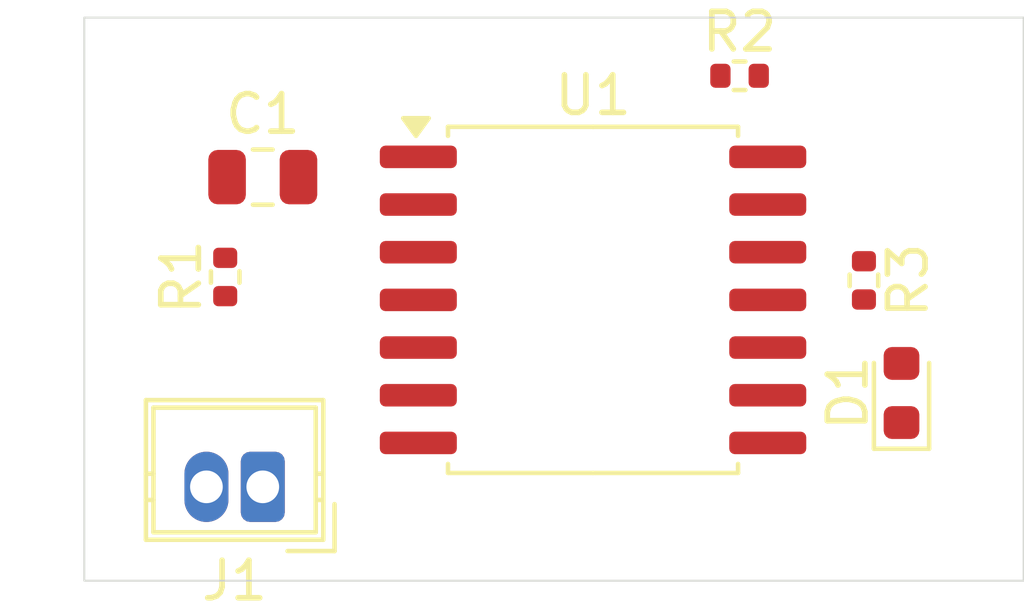
<source format=kicad_pcb>
(kicad_pcb (version 20241229) (generator "pcbnew") (generator_version "9.0")
  (layers (0 "F.Cu" signal) (4 "In1.Cu" signal) (6 "In2.Cu" signal) (2 "B.Cu" signal) (13 "F.Paste" user) (15 "B.Paste" user) (5 "F.SilkS" user "F.Silkscreen") (7 "B.SilkS" user "B.Silkscreen") (1 "F.Mask" user) (3 "B.Mask" user) (25 "Edge.Cuts" user))
  (net 0 "")
  (net 1 "GND")
  (net 2 "Net-(C1-Pad1)")
  (net 3 "VCC")
  (net 4 "Net-(U1-OUT)")
  (net 5 "Net-(U1-FB)")
  (net 6 "Net-(D1-A)")
  (footprint "Resistor_SMD:R_0402_1005Metric" (layer "F.Cu") (at 125.75 77 -90)
    (property "Reference" "R3" (at 0 -1.17 90) (layer "F.SilkS"))
    (property "Value" "R")
    (fp_line (start -0.153641 0.38) (end 0.153641 0.38) (stroke (width 0.12)) (layer "F.SilkS"))
    (fp_line (start -0.153641 -0.38) (end 0.153641 -0.38) (stroke (width 0.12)) (layer "F.SilkS"))
    (pad "1" smd roundrect (at -0.51 0 270) (size 0.54 0.64) (layers "F.Cu" "F.Mask" "F.Paste") (net 4 "Net-(U1-OUT)"))
    (pad "2" smd roundrect (at 0.51 0 270) (size 0.54 0.64) (layers "F.Cu" "F.Mask" "F.Paste") (net 6 "Net-(D1-A)"))
  )
  (footprint "LED_SMD:LED_0603_1608Metric" (layer "F.Cu") (at 126.75 80 90)
    (property "Reference" "D1" (at 0 -1.43 90) (layer "F.SilkS"))
    (property "Value" "LED")
    (fp_line (start 0.8 -0.735) (end -1.485 -0.735) (stroke (width 0.12)) (layer "F.SilkS"))
    (fp_line (start -1.485 -0.735) (end -1.485 0.735) (stroke (width 0.12)) (layer "F.SilkS"))
    (fp_line (start -1.485 0.735) (end 0.8 0.735) (stroke (width 0.12)) (layer "F.SilkS"))
    (pad "1" smd roundrect (at -0.7875 0 90) (size 0.875 0.95) (layers "F.Cu" "F.Mask" "F.Paste") (net 1 "GND"))
    (pad "2" smd roundrect (at 0.7875 0 90) (size 0.875 0.95) (layers "F.Cu" "F.Mask" "F.Paste") (net 6 "Net-(D1-A)"))
  )
  (footprint "Connector_Wuerth:Wuerth_WR-WTB_64800211622_1x02_P1.50mm_Vertical" (layer "F.Cu") (at 109.75 82.5 180)
    (property "Reference" "J1" (at 0.75 -2.5 0) (layer "F.SilkS"))
    (property "Value" "Conn_01x02_Pin")
    (fp_line (start 3.11 2.31) (end 3.11 -1.41) (stroke (width 0.12)) (layer "F.SilkS"))
    (fp_line (start 3.11 -1.41) (end -1.61 -1.41) (stroke (width 0.12)) (layer "F.SilkS"))
    (fp_line (start 2.91 2.11) (end 2.91 0.35) (stroke (width 0.12)) (layer "F.SilkS"))
    (fp_line (start 2.91 0.35) (end 3.11 0.35) (stroke (width 0.12)) (layer "F.SilkS"))
    (fp_line (start 2.91 -0.35) (end 3.11 -0.35) (stroke (width 0.12)) (layer "F.SilkS"))
    (fp_line (start 2.91 -0.35) (end 2.91 0.35) (stroke (width 0.12)) (layer "F.SilkS"))
    (fp_line (start 2.91 -1.21) (end 2.91 -0.35) (stroke (width 0.12)) (layer "F.SilkS"))
    (fp_line (start -0.66 -1.71) (end -1.91 -1.71) (stroke (width 0.12)) (layer "F.SilkS"))
    (fp_line (start -1.41 2.11) (end 2.91 2.11) (stroke (width 0.12)) (layer "F.SilkS"))
    (fp_line (start -1.41 0.35) (end -1.41 2.11) (stroke (width 0.12)) (layer "F.SilkS"))
    (fp_line (start -1.41 0.35) (end -1.61 0.35) (stroke (width 0.12)) (layer "F.SilkS"))
    (fp_line (start -1.41 -0.35) (end -1.41 0.35) (stroke (width 0.12)) (layer "F.SilkS"))
    (fp_line (start -1.41 -0.35) (end -1.41 -1.21) (stroke (width 0.12)) (layer "F.SilkS"))
    (fp_line (start -1.41 -1.21) (end 2.91 -1.21) (stroke (width 0.12)) (layer "F.SilkS"))
    (fp_line (start -1.61 2.31) (end 3.11 2.31) (stroke (width 0.12)) (layer "F.SilkS"))
    (fp_line (start -1.61 -0.35) (end -1.41 -0.35) (stroke (width 0.12)) (layer "F.SilkS"))
    (fp_line (start -1.61 -1.41) (end -1.61 2.31) (stroke (width 0.12)) (layer "F.SilkS"))
    (fp_line (start -1.91 -1.71) (end -1.91 -0.46) (stroke (width 0.12)) (layer "F.SilkS"))
    (pad "1" thru_hole roundrect (at 0 0 180) (size 1.17 1.87) (drill 0.87) (layers "*.Cu" "*.Mask") (roundrect_rratio 0.213675) (net 1 "GND"))
    (pad "2" thru_hole oval (at 1.5 0 180) (size 1.17 1.87) (drill 0.87) (layers "*.Cu" "*.Mask") (net 3 "VCC"))
  )
  (footprint "Capacitor_SMD:C_0805_2012Metric" (layer "F.Cu") (at 109.75 74.25)
    (property "Reference" "C1" (at 0 -1.68 0) (layer "F.SilkS"))
    (property "Value" "C")
    (fp_line (start -0.261252 -0.735) (end 0.261252 -0.735) (stroke (width 0.12)) (layer "F.SilkS"))
    (fp_line (start -0.261252 0.735) (end 0.261252 0.735) (stroke (width 0.12)) (layer "F.SilkS"))
    (pad "1" smd roundrect (at -0.95 0) (size 1 1.45) (layers "F.Cu" "F.Mask" "F.Paste") (net 2 "Net-(C1-Pad1)"))
    (pad "2" smd roundrect (at 0.95 0) (size 1 1.45) (layers "F.Cu" "F.Mask" "F.Paste") (net 1 "GND"))
  )
  (footprint "Resistor_SMD:R_0402_1005Metric" (layer "F.Cu") (at 108.75 76.91 90)
    (property "Reference" "R1" (at 0 -1.17 90) (layer "F.SilkS"))
    (property "Value" "R")
    (fp_line (start -0.153641 -0.38) (end 0.153641 -0.38) (stroke (width 0.12)) (layer "F.SilkS"))
    (fp_line (start -0.153641 0.38) (end 0.153641 0.38) (stroke (width 0.12)) (layer "F.SilkS"))
    (pad "1" smd roundrect (at -0.51 0 90) (size 0.54 0.64) (layers "F.Cu" "F.Mask" "F.Paste") (net 3 "VCC"))
    (pad "2" smd roundrect (at 0.51 0 90) (size 0.54 0.64) (layers "F.Cu" "F.Mask" "F.Paste") (net 2 "Net-(C1-Pad1)"))
  )
  (footprint "Resistor_SMD:R_0402_1005Metric" (layer "F.Cu") (at 122.44 71.55)
    (property "Reference" "R2" (at 0 -1.17 0) (layer "F.SilkS"))
    (property "Value" "R")
    (fp_line (start -0.153641 -0.38) (end 0.153641 -0.38) (stroke (width 0.12)) (layer "F.SilkS"))
    (fp_line (start -0.153641 0.38) (end 0.153641 0.38) (stroke (width 0.12)) (layer "F.SilkS"))
    (pad "1" smd roundrect (at -0.51 0) (size 0.54 0.64) (layers "F.Cu" "F.Mask" "F.Paste") (net 5 "Net-(U1-FB)"))
    (pad "2" smd roundrect (at 0.51 0) (size 0.54 0.64) (layers "F.Cu" "F.Mask" "F.Paste") (net 4 "Net-(U1-OUT)"))
  )
  (footprint "Package_SO:SOIC-14W_7.5x9mm_P1.27mm" (layer "F.Cu") (at 118.54 77.52)
    (property "Reference" "U1" (at 0 -5.45 0) (layer "F.SilkS"))
    (property "Value" "LM2574HVM-3.3")
    (fp_line (start -3.86 -4.61) (end -3.86 -4.37) (stroke (width 0.12)) (layer "F.SilkS"))
    (fp_line (start -3.86 4.61) (end -3.86 4.37) (stroke (width 0.12)) (layer "F.SilkS"))
    (fp_line (start 0 -4.61) (end -3.86 -4.61) (stroke (width 0.12)) (layer "F.SilkS"))
    (fp_line (start 0 -4.61) (end 3.86 -4.61) (stroke (width 0.12)) (layer "F.SilkS"))
    (fp_line (start 0 4.61) (end -3.86 4.61) (stroke (width 0.12)) (layer "F.SilkS"))
    (fp_line (start 0 4.61) (end 3.86 4.61) (stroke (width 0.12)) (layer "F.SilkS"))
    (fp_line (start 3.86 -4.61) (end 3.86 -4.37) (stroke (width 0.12)) (layer "F.SilkS"))
    (fp_line (start 3.86 4.61) (end 3.86 4.37) (stroke (width 0.12)) (layer "F.SilkS"))
    (fp_poly (pts (xy -4.7125 -4.37) (xy -5.0525 -4.84) (xy -4.3725 -4.84)) (stroke (width 0.12)) (fill yes) (layer "F.SilkS"))
    (pad "1" smd roundrect (at -4.65 -3.81) (size 2.05 0.6) (layers "F.Cu" "F.Mask" "F.Paste"))
    (pad "2" smd roundrect (at -4.65 -2.54) (size 2.05 0.6) (layers "F.Cu" "F.Mask" "F.Paste"))
    (pad "3" smd roundrect (at -4.65 -1.27) (size 2.05 0.6) (layers "F.Cu" "F.Mask" "F.Paste") (net 5 "Net-(U1-FB)"))
    (pad "4" smd roundrect (at -4.65 0) (size 2.05 0.6) (layers "F.Cu" "F.Mask" "F.Paste") (net 1 "GND"))
    (pad "5" smd roundrect (at -4.65 1.27) (size 2.05 0.6) (layers "F.Cu" "F.Mask" "F.Paste") (net 3 "VCC"))
    (pad "6" smd roundrect (at -4.65 2.54) (size 2.05 0.6) (layers "F.Cu" "F.Mask" "F.Paste") (net 1 "GND"))
    (pad "7" smd roundrect (at -4.65 3.81) (size 2.05 0.6) (layers "F.Cu" "F.Mask" "F.Paste"))
    (pad "8" smd roundrect (at 4.65 3.81) (size 2.05 0.6) (layers "F.Cu" "F.Mask" "F.Paste"))
    (pad "9" smd roundrect (at 4.65 2.54) (size 2.05 0.6) (layers "F.Cu" "F.Mask" "F.Paste"))
    (pad "10" smd roundrect (at 4.65 1.27) (size 2.05 0.6) (layers "F.Cu" "F.Mask" "F.Paste") (net 3 "VCC"))
    (pad "11" smd roundrect (at 4.65 0) (size 2.05 0.6) (layers "F.Cu" "F.Mask" "F.Paste"))
    (pad "12" smd roundrect (at 4.65 -1.27) (size 2.05 0.6) (layers "F.Cu" "F.Mask" "F.Paste") (net 4 "Net-(U1-OUT)"))
    (pad "13" smd roundrect (at 4.65 -2.54) (size 2.05 0.6) (layers "F.Cu" "F.Mask" "F.Paste"))
    (pad "14" smd roundrect (at 4.65 -3.81) (size 2.05 0.6) (layers "F.Cu" "F.Mask" "F.Paste"))
  )
  (gr_rect (start 105 70) (end 130 85) (stroke (width 0.05)) (fill no) (layer "Edge.Cuts"))
)
</source>
